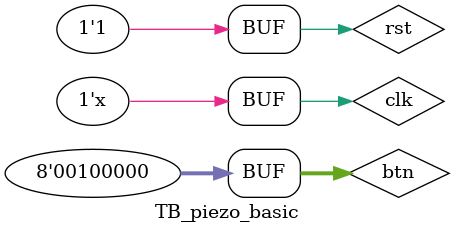
<source format=v>
`timescale 1us / 1ns


module TB_piezo_basic();

reg clk, rst;
reg [7:0] btn;
wire piezo;

piezo_basic u0(clk, rst, btn, piezo);

initial begin
    clk <= 0;
    rst <= 1;
    btn <= 8'b00000000;
    #1e+6 rst <= 0;
    #1e+6 rst <= 1;
    #1e+6 btn <= 8'b00000010;
    #1e+6 btn <= 8'b00100000;
end

always begin
    #0.5 clk <= ~clk;
end

endmodule

</source>
